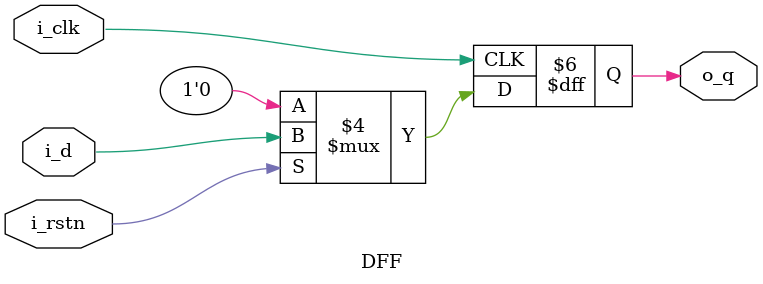
<source format=v>
module DFF
  (
   input i_clk,
   input i_rstn,
   input i_d,
   output reg o_q
   );

   // simple posedge triggered d-flip flop reg
   always @(posedge i_clk)
     if(~i_rstn)
       o_q <= 1'b0;
     else
       o_q <= i_d;
   
endmodule

</source>
